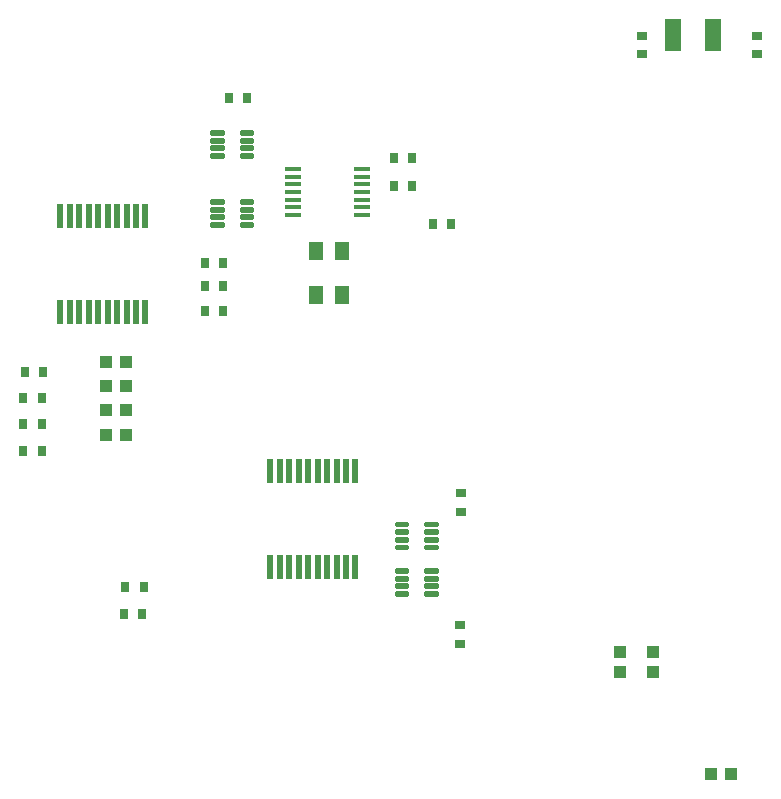
<source format=gbr>
G04 EAGLE Gerber RS-274X export*
G75*
%MOMM*%
%FSLAX34Y34*%
%LPD*%
%INSolderpaste Top*%
%IPPOS*%
%AMOC8*
5,1,8,0,0,1.08239X$1,22.5*%
G01*
%ADD10R,0.762000X0.965200*%
%ADD11R,1.100000X1.000000*%
%ADD12R,1.000000X1.100000*%
%ADD13R,1.473200X0.355600*%
%ADD14R,1.250000X1.600000*%
%ADD15R,0.500000X2.000000*%
%ADD16C,0.240000*%
%ADD17R,0.965200X0.762000*%
%ADD18R,1.400000X2.800000*%


D10*
X373126Y610870D03*
X388874Y610870D03*
X388874Y586740D03*
X373126Y586740D03*
D11*
X658740Y88900D03*
X641740Y88900D03*
D12*
X593090Y192650D03*
X593090Y175650D03*
X565150Y192650D03*
X565150Y175650D03*
D13*
X288290Y601218D03*
X288290Y594614D03*
X288290Y588264D03*
X288290Y581660D03*
X288290Y575056D03*
X288290Y568706D03*
X288290Y562102D03*
X346710Y562102D03*
X346710Y568706D03*
X346710Y575056D03*
X346710Y581660D03*
X346710Y588264D03*
X346710Y594614D03*
X346710Y601218D03*
D14*
X329770Y494580D03*
X329770Y531580D03*
X307770Y531580D03*
X307770Y494580D03*
D15*
X340800Y345800D03*
X332800Y345800D03*
X324800Y345800D03*
X316800Y345800D03*
X308800Y345800D03*
X300800Y345800D03*
X292800Y345800D03*
X284800Y345800D03*
X276800Y345800D03*
X268800Y345800D03*
X268800Y263800D03*
X276800Y263800D03*
X284800Y263800D03*
X292800Y263800D03*
X300800Y263800D03*
X308800Y263800D03*
X316800Y263800D03*
X324800Y263800D03*
X332800Y263800D03*
X340800Y263800D03*
X91000Y479700D03*
X99000Y479700D03*
X107000Y479700D03*
X115000Y479700D03*
X123000Y479700D03*
X131000Y479700D03*
X139000Y479700D03*
X147000Y479700D03*
X155000Y479700D03*
X163000Y479700D03*
X163000Y561700D03*
X155000Y561700D03*
X147000Y561700D03*
X139000Y561700D03*
X131000Y561700D03*
X123000Y561700D03*
X115000Y561700D03*
X107000Y561700D03*
X99000Y561700D03*
X91000Y561700D03*
D16*
X243920Y613750D02*
X253620Y613750D01*
X253620Y611350D01*
X243920Y611350D01*
X243920Y613750D01*
X243920Y613630D02*
X253620Y613630D01*
X253620Y620250D02*
X243920Y620250D01*
X253620Y620250D02*
X253620Y617850D01*
X243920Y617850D01*
X243920Y620250D01*
X243920Y620130D02*
X253620Y620130D01*
X253620Y626750D02*
X243920Y626750D01*
X253620Y626750D02*
X253620Y624350D01*
X243920Y624350D01*
X243920Y626750D01*
X243920Y626630D02*
X253620Y626630D01*
X253620Y633250D02*
X243920Y633250D01*
X253620Y633250D02*
X253620Y630850D01*
X243920Y630850D01*
X243920Y633250D01*
X243920Y633130D02*
X253620Y633130D01*
X228520Y630850D02*
X218820Y630850D01*
X218820Y633250D01*
X228520Y633250D01*
X228520Y630850D01*
X228520Y633130D02*
X218820Y633130D01*
X218820Y624350D02*
X228520Y624350D01*
X218820Y624350D02*
X218820Y626750D01*
X228520Y626750D01*
X228520Y624350D01*
X228520Y626630D02*
X218820Y626630D01*
X218820Y617850D02*
X228520Y617850D01*
X218820Y617850D02*
X218820Y620250D01*
X228520Y620250D01*
X228520Y617850D01*
X228520Y620130D02*
X218820Y620130D01*
X218820Y611350D02*
X228520Y611350D01*
X218820Y611350D02*
X218820Y613750D01*
X228520Y613750D01*
X228520Y611350D01*
X228520Y613630D02*
X218820Y613630D01*
X400130Y282280D02*
X409830Y282280D01*
X409830Y279880D01*
X400130Y279880D01*
X400130Y282280D01*
X400130Y282160D02*
X409830Y282160D01*
X409830Y288780D02*
X400130Y288780D01*
X409830Y288780D02*
X409830Y286380D01*
X400130Y286380D01*
X400130Y288780D01*
X400130Y288660D02*
X409830Y288660D01*
X409830Y295280D02*
X400130Y295280D01*
X409830Y295280D02*
X409830Y292880D01*
X400130Y292880D01*
X400130Y295280D01*
X400130Y295160D02*
X409830Y295160D01*
X409830Y301780D02*
X400130Y301780D01*
X409830Y301780D02*
X409830Y299380D01*
X400130Y299380D01*
X400130Y301780D01*
X400130Y301660D02*
X409830Y301660D01*
X384730Y299380D02*
X375030Y299380D01*
X375030Y301780D01*
X384730Y301780D01*
X384730Y299380D01*
X384730Y301660D02*
X375030Y301660D01*
X375030Y292880D02*
X384730Y292880D01*
X375030Y292880D02*
X375030Y295280D01*
X384730Y295280D01*
X384730Y292880D01*
X384730Y295160D02*
X375030Y295160D01*
X375030Y286380D02*
X384730Y286380D01*
X375030Y286380D02*
X375030Y288780D01*
X384730Y288780D01*
X384730Y286380D01*
X384730Y288660D02*
X375030Y288660D01*
X375030Y279880D02*
X384730Y279880D01*
X375030Y279880D02*
X375030Y282280D01*
X384730Y282280D01*
X384730Y279880D01*
X384730Y282160D02*
X375030Y282160D01*
X253620Y555330D02*
X243920Y555330D01*
X253620Y555330D02*
X253620Y552930D01*
X243920Y552930D01*
X243920Y555330D01*
X243920Y555210D02*
X253620Y555210D01*
X253620Y561830D02*
X243920Y561830D01*
X253620Y561830D02*
X253620Y559430D01*
X243920Y559430D01*
X243920Y561830D01*
X243920Y561710D02*
X253620Y561710D01*
X253620Y568330D02*
X243920Y568330D01*
X253620Y568330D02*
X253620Y565930D01*
X243920Y565930D01*
X243920Y568330D01*
X243920Y568210D02*
X253620Y568210D01*
X253620Y574830D02*
X243920Y574830D01*
X253620Y574830D02*
X253620Y572430D01*
X243920Y572430D01*
X243920Y574830D01*
X243920Y574710D02*
X253620Y574710D01*
X228520Y572430D02*
X218820Y572430D01*
X218820Y574830D01*
X228520Y574830D01*
X228520Y572430D01*
X228520Y574710D02*
X218820Y574710D01*
X218820Y565930D02*
X228520Y565930D01*
X218820Y565930D02*
X218820Y568330D01*
X228520Y568330D01*
X228520Y565930D01*
X228520Y568210D02*
X218820Y568210D01*
X218820Y559430D02*
X228520Y559430D01*
X218820Y559430D02*
X218820Y561830D01*
X228520Y561830D01*
X228520Y559430D01*
X228520Y561710D02*
X218820Y561710D01*
X218820Y552930D02*
X228520Y552930D01*
X218820Y552930D02*
X218820Y555330D01*
X228520Y555330D01*
X228520Y552930D01*
X228520Y555210D02*
X218820Y555210D01*
X400130Y242910D02*
X409830Y242910D01*
X409830Y240510D01*
X400130Y240510D01*
X400130Y242910D01*
X400130Y242790D02*
X409830Y242790D01*
X409830Y249410D02*
X400130Y249410D01*
X409830Y249410D02*
X409830Y247010D01*
X400130Y247010D01*
X400130Y249410D01*
X400130Y249290D02*
X409830Y249290D01*
X409830Y255910D02*
X400130Y255910D01*
X409830Y255910D02*
X409830Y253510D01*
X400130Y253510D01*
X400130Y255910D01*
X400130Y255790D02*
X409830Y255790D01*
X409830Y262410D02*
X400130Y262410D01*
X409830Y262410D02*
X409830Y260010D01*
X400130Y260010D01*
X400130Y262410D01*
X400130Y262290D02*
X409830Y262290D01*
X384730Y260010D02*
X375030Y260010D01*
X375030Y262410D01*
X384730Y262410D01*
X384730Y260010D01*
X384730Y262290D02*
X375030Y262290D01*
X375030Y253510D02*
X384730Y253510D01*
X375030Y253510D02*
X375030Y255910D01*
X384730Y255910D01*
X384730Y253510D01*
X384730Y255790D02*
X375030Y255790D01*
X375030Y247010D02*
X384730Y247010D01*
X375030Y247010D02*
X375030Y249410D01*
X384730Y249410D01*
X384730Y247010D01*
X384730Y249290D02*
X375030Y249290D01*
X375030Y240510D02*
X384730Y240510D01*
X375030Y240510D02*
X375030Y242910D01*
X384730Y242910D01*
X384730Y240510D01*
X384730Y242790D02*
X375030Y242790D01*
D11*
X129930Y417576D03*
X146930Y417576D03*
X129930Y396748D03*
X146930Y396748D03*
X129930Y375920D03*
X146930Y375920D03*
X129930Y437642D03*
X146930Y437642D03*
D10*
X421894Y554228D03*
X406146Y554228D03*
D17*
X583184Y713994D03*
X583184Y698246D03*
X680466Y713994D03*
X680466Y698246D03*
X430022Y310896D03*
X430022Y326644D03*
X429260Y214884D03*
X429260Y199136D03*
D10*
X228854Y521208D03*
X213106Y521208D03*
X249174Y661416D03*
X233426Y661416D03*
X75184Y362204D03*
X59436Y362204D03*
X75184Y385572D03*
X59436Y385572D03*
X161544Y247650D03*
X145796Y247650D03*
X160274Y224028D03*
X144526Y224028D03*
X75184Y407416D03*
X59436Y407416D03*
X76454Y429514D03*
X60706Y429514D03*
X213106Y502412D03*
X228854Y502412D03*
X213106Y481330D03*
X228854Y481330D03*
D18*
X609872Y714248D03*
X643872Y714248D03*
M02*

</source>
